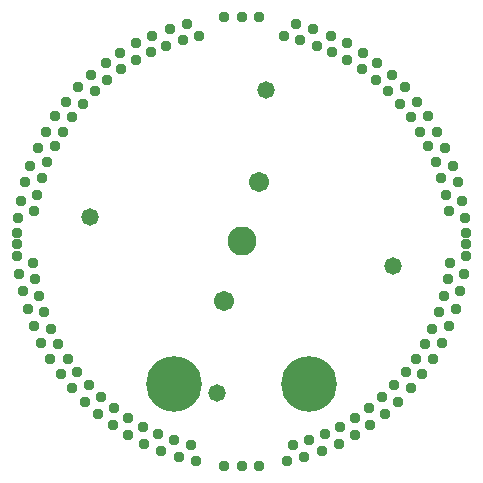
<source format=gbs>
G75*
%MOIN*%
%OFA0B0*%
%FSLAX24Y24*%
%IPPOS*%
%LPD*%
%AMOC8*
5,1,8,0,0,1.08239X$1,22.5*
%
%ADD10C,0.0580*%
%ADD11C,0.1860*%
%ADD12C,0.0375*%
%ADD13C,0.0970*%
%ADD14C,0.0671*%
D10*
X013222Y008975D03*
X008975Y014843D03*
X014843Y019090D03*
X019090Y013222D03*
D11*
X016282Y009282D03*
X011782Y009282D03*
D12*
X008801Y008687D03*
X009242Y008290D03*
X009338Y008851D03*
X009790Y008476D03*
X010247Y008154D03*
X009744Y007904D03*
X010244Y007584D03*
X010743Y007863D03*
X011247Y007620D03*
X010791Y007292D03*
X011336Y007057D03*
X011795Y007409D03*
X012332Y007251D03*
X011935Y006853D03*
X012511Y006710D03*
X013461Y006552D03*
X014032Y006552D03*
X014623Y006552D03*
X015553Y006710D03*
X015733Y007251D03*
X016270Y007409D03*
X016130Y006853D03*
X016729Y007057D03*
X016818Y007620D03*
X017321Y007863D03*
X017821Y007584D03*
X017817Y008154D03*
X018275Y008476D03*
X018726Y008851D03*
X019126Y009243D03*
X019688Y009139D03*
X019502Y009678D03*
X019833Y010129D03*
X020140Y010630D03*
X020411Y010129D03*
X020702Y010646D03*
X020392Y011129D03*
X020963Y011223D03*
X020613Y011673D03*
X020781Y012207D03*
X021326Y012380D03*
X020908Y012768D03*
X020987Y013321D03*
X021513Y013540D03*
X021513Y013934D03*
X021513Y014328D03*
X021471Y014806D03*
X020951Y015039D03*
X020848Y015589D03*
X021248Y015998D03*
X020697Y016144D03*
X020507Y016670D03*
X021070Y016564D03*
X020830Y017150D03*
X020562Y017679D03*
X020263Y017204D03*
X019989Y017692D03*
X020237Y018207D03*
X019668Y018169D03*
X019320Y018606D03*
X018917Y019034D03*
X018502Y019408D03*
X018034Y019765D03*
X017563Y020066D03*
X017539Y020638D03*
X017055Y020336D03*
X016542Y020558D03*
X017005Y020896D03*
X016413Y021122D03*
X015985Y020745D03*
X015442Y020880D03*
X015844Y021289D03*
X014623Y021513D03*
X014032Y021513D03*
X013442Y021513D03*
X012622Y020880D03*
X012079Y020745D03*
X012221Y021289D03*
X011651Y021122D03*
X011523Y020558D03*
X011009Y020336D03*
X011060Y020896D03*
X010525Y020638D03*
X010501Y020066D03*
X010030Y019765D03*
X009563Y019408D03*
X009148Y019034D03*
X008745Y018606D03*
X008396Y018169D03*
X008075Y017692D03*
X007828Y018207D03*
X008177Y018687D03*
X008593Y019165D03*
X009016Y019581D03*
X009504Y019984D03*
X009990Y020325D03*
X007502Y017679D03*
X007802Y017204D03*
X007234Y017150D03*
X007558Y016670D03*
X007368Y016144D03*
X006994Y016564D03*
X006817Y015998D03*
X007217Y015589D03*
X007114Y015039D03*
X006678Y015393D03*
X006594Y014806D03*
X006552Y014328D03*
X006552Y013934D03*
X006552Y013540D03*
X007077Y013321D03*
X007157Y012768D03*
X006738Y012380D03*
X007284Y012207D03*
X007451Y011673D03*
X006899Y011781D03*
X007101Y011223D03*
X007672Y011129D03*
X007925Y010630D03*
X007653Y010129D03*
X007363Y010646D03*
X008232Y010129D03*
X008563Y009678D03*
X008005Y009603D03*
X008376Y009139D03*
X008939Y009243D03*
X006629Y012963D03*
X017274Y007292D03*
X018321Y007904D03*
X018823Y008290D03*
X019264Y008687D03*
X020059Y009603D03*
X021165Y011781D03*
X021435Y012963D03*
X021387Y015393D03*
X019887Y018687D03*
X019472Y019165D03*
X019048Y019581D03*
X018561Y019984D03*
X018075Y020325D03*
D13*
X014032Y014032D03*
D14*
X013442Y012064D03*
X014623Y016001D03*
M02*

</source>
